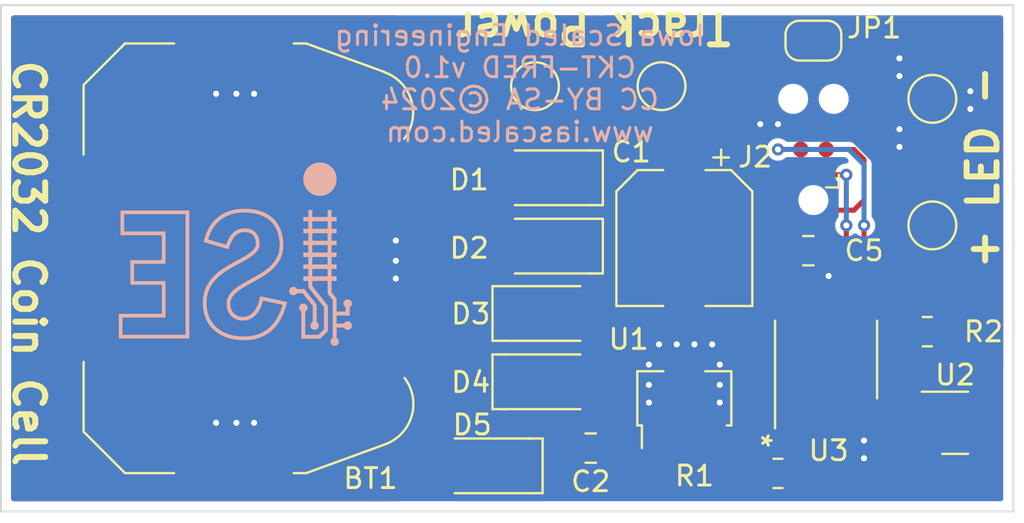
<source format=kicad_pcb>
(kicad_pcb (version 20211014) (generator pcbnew)
  (layers (0 "F.Cu" signal) (31 "B.Cu" signal) (34 "B.Paste" user) (35 "F.Paste" user) (36 "B.SilkS" user "B.Silkscreen") (37 "F.SilkS" user "F.Silkscreen") (38 "B.Mask" user) (39 "F.Mask" user) (44 "Edge.Cuts" user))
  (net 0 "")
  (net 1 "/VPWR")
  (net 2 "GND")
  (net 3 "+3.3V")
  (net 4 "Net-(D1-Pad2)")
  (net 5 "Net-(D2-Pad2)")
  (net 6 "Net-(BT1-Pad1)")
  (net 7 "Net-(U3-Pad2)")
  (net 8 "Net-(U2-Pad2)")
  (net 9 "Net-(R2-Pad2)")
  (net 10 "Net-(J2-Pad3)")
  (net 11 "Net-(J2-Pad5)")
  (net 12 "Net-(J2-Pad1)")
  (net 13 "Net-(J2-Pad4)")
  (footprint "Resistor_SMD:R_0805_2012Metric" (layer "F.Cu") (at 64.389 189.865)
    (fp_text reference "R1")
    (fp_text value "100k")
  )
  (footprint "TestPoint:TestPoint_Pad_D2.0mm" (layer "F.Cu") (at 72.136 177.419)
    (fp_text reference "TP4" hide)
    (fp_text value "TestPoint")
  )
  (footprint "Capacitor_SMD:CP_Elec_6.3x5.8" (layer "F.Cu") (at 59.69 178.054 -90)
    (fp_text reference "C1")
    (fp_text value "68uF")
  )
  (footprint "ISE_Generic:SOT-89-3" (layer "F.Cu") (at 59.69 186.3975 90)
    (fp_text reference "U1")
    (fp_text value "AP7381-33Y")
  )
  (footprint "ISE_Generic:SOD-123T" (layer "F.Cu") (at 52.832 185.293)
    (fp_text reference "D4")
    (fp_text value "CDBM140G")
  )
  (footprint "ISE_Generic:SOD-123T" (layer "F.Cu") (at 52.832 181.864)
    (fp_text reference "D3")
    (fp_text value "CDBM140G")
  )
  (footprint "Resistor_SMD:R_0805_2012Metric" (layer "F.Cu") (at 71.882 182.753)
    (fp_text reference "R2")
    (fp_text value "330")
  )
  (footprint "Battery:BatteryHolder_Keystone_3034_1x20mm" (layer "F.Cu") (at 37.084 179.07 90)
    (fp_text reference "BT1")
    (fp_text value "Battery_Cell")
  )
  (footprint "Jumper:SolderJumper-2_P1.3mm_Open_RoundedPad1.0x1.5mm" (layer "F.Cu") (at 66.167 168.148)
    (fp_text reference "JP1")
    (fp_text value "SolderJumper_2_Open")
  )
  (footprint "ISE_Generic:SOD-123T" (layer "F.Cu") (at 52.832 175.006 180)
    (fp_text reference "D1")
    (fp_text value "CDBM140G")
  )
  (footprint "Connector:Tag-Connect_TC2030-IDC-NL_2x03_P1.27mm_Vertical" (layer "F.Cu") (at 66.167 173.609 90)
    (fp_text reference "J2")
    (fp_text value "AVR-ISP")
  )
  (footprint "ISE_Generic:SOD-123T" (layer "F.Cu") (at 49.80975 189.4586 180)
    (fp_text reference "D5")
    (fp_text value "BAT43W")
  )
  (footprint "Capacitor_SMD:C_0805_2012Metric" (layer "F.Cu") (at 54.991 188.595 180)
    (fp_text reference "C2")
    (fp_text value "22uF")
  )
  (footprint "ISE_Generic:SOD-123T" (layer "F.Cu") (at 52.832 178.435 180)
    (fp_text reference "D2")
    (fp_text value "CDBM140G")
  )
  (footprint "Capacitor_SMD:C_0805_2012Metric" (layer "F.Cu") (at 65.913 178.689)
    (fp_text reference "C5")
    (fp_text value "0.1uF")
  )
  (footprint "TestPoint:TestPoint_Pad_D2.0mm" (layer "F.Cu") (at 52.197 170.434)
    (fp_text reference "TP1" hide)
    (fp_text value "TestPoint")
  )
  (footprint "Package_TO_SOT_SMD:SOT-23" (layer "F.Cu") (at 73.279 187.325)
    (fp_text reference "U2")
    (fp_text value "DRV5032")
  )
  (footprint "Package_SO:SOIC-8_3.9x4.9mm_P1.27mm" (layer "F.Cu") (at 66.802 184.15 90)
    (fp_text reference "U3")
    (fp_text value "ATtiny13-20SS")
  )
  (footprint "TestPoint:TestPoint_Pad_D2.0mm" (layer "F.Cu") (at 58.547 170.434)
    (fp_text reference "TP2" hide)
    (fp_text value "TestPoint")
  )
  (footprint "TestPoint:TestPoint_Pad_D2.0mm" (layer "F.Cu") (at 72.136 171.069)
    (fp_text reference "TP3" hide)
    (fp_text value "TestPoint")
  )
  (gr_poly (pts (xy 40.054616 180.505762) (xy 40.039749 180.507531) (xy 40.024966 180.5102) (xy 40.010379 180.513743) (xy 39.996097 180.518128) (xy 39.982232 180.523328) (xy 39.968894 180.529314) (xy 39.956194 180.536056) (xy 39.944242 180.543525) (xy 39.933149 180.551694) (xy 39.92796 180.556031) (xy 39.923026 180.560532) (xy 39.918362 180.565193) (xy 39.913982 180.570011) (xy 39.905232 180.580556) (xy 39.897232 180.591402) (xy 39.889977 180.602519) (xy 39.883463 180.613878) (xy 39.877683 180.625448) (xy 39.872631 180.637199) (xy 39.868303 180.649102) (xy 39.864693 180.661127) (xy 39.861794 180.673243) (xy 39.859602 180.685422) (xy 39.858111 180.697633) (xy 39.857316 180.709847) (xy 39.85721 180.722033) (xy 39.857789 180.734162) (xy 39.859047 180.746204) (xy 39.860977 180.758129) (xy 39.863576 180.769908) (xy 39.866836 180.781509) (xy 39.870753 180.792905) (xy 39.875321 180.804064) (xy 39.880535 180.814956) (xy 39.886388 180.825553) (xy 39.892876 180.835824) (xy 39.899992 180.84574) (xy 39.907732 180.855269) (xy 39.916089 180.864384) (xy 39.925059 180.873053) (xy 39.934635 180.881247) (xy 39.944812 180.888937) (xy 39.955584 180.896091) (xy 39.966947 180.902681) (xy 39.978893 180.908677) (xy 39.988828 180.912894) (xy 39.999269 180.916549) (xy 40.010144 180.919641) (xy 40.021381 180.922171) (xy 40.032907 180.924139) (xy 40.044651 180.925545) (xy 40.056539 180.926388) (xy 40.068499 180.926669) (xy 40.080459 180.926388) (xy 40.092347 180.925545) (xy 40.104091 180.924139) (xy 40.115617 180.922171) (xy 40.126854 180.919641) (xy 40.137729 180.916549) (xy 40.14817 180.912894) (xy 40.158104 180.908677) (xy 40.164739 180.905231) (xy 40.17186 180.90105) (xy 40.17934 180.896242) (xy 40.187054 180.890917) (xy 40.194876 180.885183) (xy 40.202679 180.879148) (xy 40.210337 180.87292) (xy 40.217724 180.866609) (xy 40.224714 180.860322) (xy 40.231182 180.854169) (xy 40.237 180.848258) (xy 40.242044 180.842697) (xy 40.246186 180.837595) (xy 40.247879 180.83525) (xy 40.2493 180.833061) (xy 40.250433 180.83104) (xy 40.251262 180.829202) (xy 40.25177 180.82756) (xy 40.251943 180.826128) (xy 40.252667 180.825475) (xy 40.254792 180.824842) (xy 40.262957 180.823647) (xy 40.275868 180.822568) (xy 40.292954 180.82163) (xy 40.313645 180.820857) (xy 40.337371 180.820274) (xy 40.391643 180.819778) (xy 40.531343 180.819778) (xy 40.786754 181.142216) (xy 41.042165 181.465361) (xy 41.042165 182.256994) (xy 41.023821 182.266872) (xy 41.01801 182.270324) (xy 41.011993 182.274546) (xy 41.00583 182.279465) (xy 40.999579 182.285007) (xy 40.993298 182.291099) (xy 40.987048 182.297667) (xy 40.980887 182.304638) (xy 40.974873 182.311939) (xy 40.969066 182.319497) (xy 40.963525 182.327237) (xy 40.958308 182.335087) (xy 40.953475 182.342973) (xy 40.949084 182.350821) (xy 40.945194 182.358559) (xy 40.941865 182.366114) (xy 40.939154 182.37341) (xy 40.936243 182.383538) (xy 40.933854 182.394271) (xy 40.931983 182.405505) (xy 40.930622 182.417133) (xy 40.929765 182.429051) (xy 40.929406 182.441152) (xy 40.929539 182.453333) (xy 40.930158 182.465486) (xy 40.931257 182.477507) (xy 40.932829 182.48929) (xy 40.934868 182.50073) (xy 40.937368 182.511722) (xy 40.940323 182.522159) (xy 40.943727 182.531938) (xy 40.947572 182.540951) (xy 40.951854 182.549094) (xy 40.960023 182.56205) (xy 40.968654 182.574192) (xy 40.977746 182.585518) (xy 40.987297 182.596024) (xy 40.997308 182.605708) (xy 41.007776 182.614566) (xy 41.018702 182.622595) (xy 41.030083 182.629792) (xy 41.041919 182.636154) (xy 41.054208 182.641678) (xy 41.06695 182.64636) (xy 41.080144 182.650198) (xy 41.093789 182.653189) (xy 41.107883 182.655329) (xy 41.122425 182.656615) (xy 41.137416 182.657044) (xy 41.1487 182.656782) (xy 41.159791 182.656001) (xy 41.170679 182.654713) (xy 41.181352 182.652928) (xy 41.191798 182.650659) (xy 41.202008 182.647915) (xy 41.211971 182.644708) (xy 41.221674 182.641048) (xy 41.231108 182.636947) (xy 41.240261 182.632416) (xy 41.249122 182.627466) (xy 41.257681 182.622107) (xy 41.265926 182.616351) (xy 41.273846 182.610208) (xy 41.281431 182.60369) (xy 41.288669 182.596807) (xy 41.295549 182.589571) (xy 41.302061 182.581993) (xy 41.308194 182.574083) (xy 41.313935 182.565852) (xy 41.319275 182.557312) (xy 41.324203 182.548474) (xy 41.328707 182.539348) (xy 41.332777 182.529945) (xy 41.336401 182.520276) (xy 41.339569 182.510353) (xy 41.34227 182.500187) (xy 41.344492 182.489787) (xy 41.346225 182.479166) (xy 41.347457 182.468335) (xy 41.348178 182.457303) (xy 41.348377 182.446083) (xy 41.348103 182.433828) (xy 41.34728 182.421926) (xy 41.345902 182.410367) (xy 41.343967 182.399141) (xy 41.341469 182.388238) (xy 41.338405 182.377647) (xy 41.33477 182.367357) (xy 41.330561 182.357359) (xy 41.325773 182.347643) (xy 41.320402 182.338196) (xy 41.314444 182.329011) (xy 41.307895 182.320075) (xy 41.300751 182.31138) (xy 41.293007 182.302913) (xy 41.284659 182.294666) (xy 41.275704 182.286628) (xy 41.239721 182.255583) (xy 41.239721 181.389866) (xy 40.934215 181.003222) (xy 40.629416 180.615872) (xy 40.442443 180.615166) (xy 40.255471 180.614461) (xy 40.236421 180.586944) (xy 40.231836 180.580655) (xy 40.22683 180.574498) (xy 40.221427 180.568489) (xy 40.215651 180.562647) (xy 40.209529 180.556985) (xy 40.203084 180.551523) (xy 40.196341 180.546275) (xy 40.189325 180.541259) (xy 40.182062 180.536491) (xy 40.174575 180.531988) (xy 40.16689 180.527766) (xy 40.159031 180.523841) (xy 40.151023 180.520231) (xy 40.142891 180.516951) (xy 40.13466 180.514019) (xy 40.126354 180.51145) (xy 40.119604 180.509732) (xy 40.112722 180.508278) (xy 40.098621 180.506153) (xy 40.084163 180.505044) (xy 40.069458 180.504923)) (layer "B.SilkS") (width 0) (fill solid))
  (gr_poly (pts (xy 31.397221 177.912889) (xy 33.471555 177.912889) (xy 33.471555 179.161722) (xy 31.89111 179.161722) (xy 31.89111 180.396444) (xy 33.471555 180.396444) (xy 33.471555 181.856944) (xy 31.312554 181.856944) (xy 31.312554 183.091666) (xy 34.847388 183.091666) (xy 34.847388 182.908222) (xy 34.663944 182.908222) (xy 31.495999 182.908222) (xy 31.495999 182.040389) (xy 33.655 182.040389) (xy 33.655 180.213) (xy 32.074555 180.213) (xy 32.074555 179.345167) (xy 33.655 179.345167) (xy 33.655 177.722389) (xy 31.580666 177.722389) (xy 31.580666 176.854556) (xy 34.663944 176.854556) (xy 34.663944 182.908222) (xy 34.847388 182.908222) (xy 34.847388 176.671111) (xy 31.397221 176.671111)) (layer "B.SilkS") (width 0) (fill solid))
  (gr_poly (pts (xy 37.540226 176.58777) (xy 37.470445 176.588848) (xy 37.410817 176.590752) (xy 37.366221 176.5935) (xy 37.210586 176.612758) (xy 37.060508 176.641596) (xy 36.98761 176.659564) (xy 36.91617 176.679873) (xy 36.84621 176.702506) (xy 36.777755 176.727445) (xy 36.710826 176.754673) (xy 36.645446 176.784171) (xy 36.581639 176.815921) (xy 36.519426 176.849906) (xy 36.458832 176.886108) (xy 36.399879 176.924509) (xy 36.342589 176.965092) (xy 36.286986 177.007838) (xy 36.233092 177.052729) (xy 36.180931 177.099748) (xy 36.130525 177.148877) (xy 36.081896 177.200099) (xy 36.035069 177.253394) (xy 35.990066 177.308746) (xy 35.946909 177.366137) (xy 35.905622 177.425548) (xy 35.866227 177.486963) (xy 35.828748 177.550363) (xy 35.793206 177.615729) (xy 35.759626 177.683046) (xy 35.728029 177.752294) (xy 35.698439 177.823456) (xy 35.645371 177.97145) (xy 35.634004 178.007636) (xy 35.622033 178.048344) (xy 35.610111 178.091021) (xy 35.598893 178.13311) (xy 35.58903 178.172058) (xy 35.581177 178.205308) (xy 35.575986 178.230307) (xy 35.574593 178.238914) (xy 35.57411 178.2445) (xy 35.575881 178.246414) (xy 35.581364 178.249298) (xy 35.604493 178.25828) (xy 35.706578 178.291243) (xy 35.896769 178.348283) (xy 36.191471 178.434294) (xy 36.431647 178.503725) (xy 36.628563 178.560059) (xy 36.761979 178.597608) (xy 36.798549 178.60756) (xy 36.811654 178.610683) (xy 36.812853 178.608205) (xy 36.815292 178.602106) (xy 36.823296 178.580697) (xy 36.834475 178.549763) (xy 36.847638 178.512611) (xy 36.878252 178.429094) (xy 36.909557 178.350988) (xy 36.941634 178.278196) (xy 36.974561 178.210622) (xy 37.008418 178.148171) (xy 37.043285 178.090745) (xy 37.061122 178.063887) (xy 37.079241 178.03825) (xy 37.097653 178.013821) (xy 37.116366 177.990588) (xy 37.135392 177.96854) (xy 37.15474 177.947664) (xy 37.17442 177.927949) (xy 37.194442 177.909382) (xy 37.214816 177.891951) (xy 37.235551 177.875645) (xy 37.256659 177.860451) (xy 37.278148 177.846357) (xy 37.300029 177.833352) (xy 37.322312 177.821423) (xy 37.345006 177.810558) (xy 37.368121 177.800745) (xy 37.391669 177.791973) (xy 37.415657 177.784229) (xy 37.440097 177.777501) (xy 37.464999 177.771778) (xy 37.481654 177.768537) (xy 37.499487 177.765694) (xy 37.518318 177.763249) (xy 37.537969 177.761205) (xy 37.579014 177.758321) (xy 37.621191 177.757049) (xy 37.663071 177.757398) (xy 37.703223 177.759376) (xy 37.722204 177.760978) (xy 37.740216 177.76299) (xy 37.757082 177.765414) (xy 37.772621 177.76825) (xy 37.818114 177.779348) (xy 37.860937 177.793067) (xy 37.901097 177.809418) (xy 37.938603 177.82841) (xy 37.956363 177.838899) (xy 37.973463 177.850051) (xy 37.989904 177.861869) (xy 38.005686 177.874352) (xy 38.020811 177.887502) (xy 38.035279 177.901321) (xy 38.049093 177.91581) (xy 38.062252 177.930969) (xy 38.074758 177.946799) (xy 38.086611 177.963303) (xy 38.097814 177.980481) (xy 38.108366 177.998334) (xy 38.127525 178.036071) (xy 38.144096 178.076523) (xy 38.158087 178.119699) (xy 38.169507 178.165609) (xy 38.178364 178.214261) (xy 38.184666 178.265667) (xy 38.186482 178.287121) (xy 38.187688 178.307622) (xy 38.188267 178.32726) (xy 38.188204 178.346122) (xy 38.187484 178.364298) (xy 38.186092 178.381876) (xy 38.184011 178.398947) (xy 38.181226 178.415597) (xy 38.177722 178.431917) (xy 38.173483 178.447995) (xy 38.168493 178.46392) (xy 38.162738 178.479781) (xy 38.156201 178.495666) (xy 38.148868 178.511666) (xy 38.140722 178.527868) (xy 38.131749 178.544361) (xy 38.120378 178.563586) (xy 38.107691 178.582905) (xy 38.093677 178.602327) (xy 38.078325 178.621862) (xy 38.061625 178.641521) (xy 38.043568 178.661315) (xy 38.024142 178.681254) (xy 38.003338 178.701347) (xy 37.981144 178.721606) (xy 37.957551 178.742041) (xy 37.932548 178.762661) (xy 37.906125 178.783478) (xy 37.878272 178.804502) (xy 37.848978 178.825743) (xy 37.818233 178.847211) (xy 37.786027 178.868917) (xy 37.740528 178.898615) (xy 37.694823 178.927378) (xy 37.64619 178.956787) (xy 37.591911 178.98842) (xy 37.455529 179.064675) (xy 37.263916 179.168778) (xy 37.132847 179.239541) (xy 37.020234 179.301103) (xy 36.923099 179.355173) (xy 36.838465 179.403463) (xy 36.763357 179.447686) (xy 36.694797 179.489552) (xy 36.629809 179.530773) (xy 36.565416 179.573061) (xy 36.443326 179.658086) (xy 36.329398 179.744469) (xy 36.223525 179.832378) (xy 36.125601 179.92198) (xy 36.035519 180.013442) (xy 35.953174 180.106932) (xy 35.878458 180.202617) (xy 35.811265 180.300665) (xy 35.751488 180.401243) (xy 35.699022 180.504518) (xy 35.65376 180.610659) (xy 35.615594 180.719831) (xy 35.58442 180.832204) (xy 35.56013 180.947943) (xy 35.542618 181.067218) (xy 35.531777 181.190194) (xy 35.528753 181.265774) (xy 35.528624 181.343719) (xy 35.531305 181.423086) (xy 35.536716 181.502932) (xy 35.544772 181.582315) (xy 35.555391 181.660293) (xy 35.568491 181.735922) (xy 35.583988 181.808261) (xy 35.620087 181.939539) (xy 35.665014 182.065235) (xy 35.718569 182.185171) (xy 35.780551 182.299173) (xy 35.850761 182.407065) (xy 35.928996 182.508671) (xy 36.015058 182.603815) (xy 36.108745 182.692322) (xy 36.209857 182.774016) (xy 36.318193 182.848721) (xy 36.433553 182.916262) (xy 36.555736 182.976462) (xy 36.684542 183.029147) (xy 36.819771 183.07414) (xy 36.961222 183.111266) (xy 37.108693 183.140349) (xy 37.214947 183.155688) (xy 37.324252 183.167282) (xy 37.43516 183.175089) (xy 37.546226 183.179067) (xy 37.656002 183.179176) (xy 37.763041 183.175374) (xy 37.865896 183.16762) (xy 37.915303 183.162248) (xy 37.963121 183.155872) (xy 38.07789 183.135988) (xy 38.189353 183.11074) (xy 38.297497 183.080135) (xy 38.402307 183.044185) (xy 38.503768 183.002897) (xy 38.601866 182.956281) (xy 38.696587 182.904347) (xy 38.787915 182.847103) (xy 38.875837 182.78456) (xy 38.960338 182.716725) (xy 39.041404 182.64361) (xy 39.119019 182.565223) (xy 39.193171 182.481572) (xy 39.263843 182.392669) (xy 39.331022 182.298521) (xy 39.394693 182.199139) (xy 39.418273 182.158564) (xy 39.444821 182.109886) (xy 39.473138 182.055519) (xy 39.502026 181.997879) (xy 39.530285 181.939378) (xy 39.556718 181.882432) (xy 39.580124 181.829455) (xy 39.599305 181.782861) (xy 39.626346 181.711065) (xy 39.654503 181.630108) (xy 39.682115 181.545579) (xy 39.707519 181.463068) (xy 39.72238 181.411378) (xy 39.526161 181.411378) (xy 39.525927 181.414825) (xy 39.52523 181.419157) (xy 39.524055 181.424495) (xy 39.522389 181.430959) (xy 39.520216 181.438671) (xy 39.514293 181.45832) (xy 39.506171 181.484411) (xy 39.487829 181.540996) (xy 39.468542 181.596937) (xy 39.448342 181.652169) (xy 39.427259 181.706628) (xy 39.405324 181.760247) (xy 39.382569 181.812961) (xy 39.359024 181.864706) (xy 39.334721 181.915417) (xy 39.30969 181.965028) (xy 39.283962 182.013474) (xy 39.257569 182.06069) (xy 39.230541 182.106611) (xy 39.20291 182.151173) (xy 39.174706 182.194308) (xy 39.14596 182.235954) (xy 39.116704 182.276044) (xy 39.055466 182.353569) (xy 38.991592 182.426611) (xy 38.92506 182.495184) (xy 38.855847 182.559303) (xy 38.78393 182.618981) (xy 38.709287 182.674234) (xy 38.631895 182.725075) (xy 38.551731 182.771521) (xy 38.468772 182.813583) (xy 38.382995 182.851279) (xy 38.294379 182.884621) (xy 38.2029 182.913624) (xy 38.108535 182.938303) (xy 38.011261 182.958672) (xy 37.911057 182.974746) (xy 37.807899 182.986538) (xy 37.752157 182.990128) (xy 37.68436 182.991973) (xy 37.608395 182.992181) (xy 37.528146 182.99086) (xy 37.4475 182.988116) (xy 37.370344 182.984058) (xy 37.300563 182.978792) (xy 37.242043 182.972427) (xy 37.159409 182.960058) (xy 37.078985 182.945437) (xy 37.000765 182.928563) (xy 36.924742 182.909434) (xy 36.85091 182.888048) (xy 36.779262 182.864403) (xy 36.709794 182.838496) (xy 36.642498 182.810326) (xy 36.577368 182.77989) (xy 36.514398 182.747187) (xy 36.453582 182.712214) (xy 36.394914 182.67497) (xy 36.338387 182.635451) (xy 36.283995 182.593657) (xy 36.231733 182.549585) (xy 36.181593 182.503233) (xy 36.135617 182.456797) (xy 36.092126 182.408997) (xy 36.05109 182.359775) (xy 36.012481 182.309073) (xy 35.976269 182.256833) (xy 35.942427 182.202997) (xy 35.910924 182.147508) (xy 35.881732 182.090307) (xy 35.854823 182.031336) (xy 35.830166 181.970539) (xy 35.807734 181.907856) (xy 35.787496 181.84323) (xy 35.769425 181.776603) (xy 35.753492 181.707918) (xy 35.739667 181.637115) (xy 35.727921 181.564139) (xy 35.725348 181.542841) (xy 35.723183 181.516955) (xy 35.72005 181.454028) (xy 35.71847 181.380584) (xy 35.718396 181.301848) (xy 35.719777 181.223047) (xy 35.722563 181.149404) (xy 35.726706 181.086147) (xy 35.732155 181.0385) (xy 35.738882 180.999753) (xy 35.747214 180.957923) (xy 35.756835 180.91429) (xy 35.767432 180.870136) (xy 35.778691 180.826743) (xy 35.790296 180.785393) (xy 35.801935 180.747366) (xy 35.813293 180.713944) (xy 35.824148 180.685584) (xy 35.836038 180.656662) (xy 35.848905 180.627277) (xy 35.862693 180.597528) (xy 35.877346 180.567514) (xy 35.892805 180.537335) (xy 35.925918 180.476878) (xy 35.961577 180.416949) (xy 35.999329 180.358344) (xy 36.018847 180.329786) (xy 36.038717 180.301856) (xy 36.058883 180.274653) (xy 36.079288 180.248277) (xy 36.093076 180.231545) (xy 36.109361 180.212774) (xy 36.148157 180.170358) (xy 36.193154 180.12351) (xy 36.24183 180.074711) (xy 36.291664 180.026441) (xy 36.340134 179.981181) (xy 36.384717 179.941411) (xy 36.422893 179.909611) (xy 36.510353 179.842399) (xy 36.597243 179.779238) (xy 36.68782 179.717499) (xy 36.786342 179.654553) (xy 36.897069 179.58777) (xy 37.024258 179.514522) (xy 37.172167 179.432179) (xy 37.345054 179.338111) (xy 37.518995 179.243385) (xy 37.664087 179.162251) (xy 37.727073 179.125965) (xy 37.784358 179.092098) (xy 37.836444 179.060323) (xy 37.883834 179.030312) (xy 37.927033 179.001741) (xy 37.966543 178.974281) (xy 38.002867 178.947607) (xy 38.03651 178.921392) (xy 38.067974 178.895309) (xy 38.097762 178.869032) (xy 38.126379 178.842234) (xy 38.154327 178.814589) (xy 38.181084 178.786855) (xy 38.205829 178.759673) (xy 38.22862 178.73293) (xy 38.249511 178.706517) (xy 38.268557 178.680324) (xy 38.285816 178.654239) (xy 38.301343 178.628152) (xy 38.315193 178.601952) (xy 38.327423 178.575529) (xy 38.338088 178.548772) (xy 38.347244 178.521571) (xy 38.354947 178.493815) (xy 38.361253 178.465393) (xy 38.366217 178.436195) (xy 38.369895 178.40611) (xy 38.372343 178.375028) (xy 38.374033 178.326174) (xy 38.37306 178.277618) (xy 38.369491 178.229528) (xy 38.363391 178.182069) (xy 38.354828 178.135409) (xy 38.343867 178.089712) (xy 38.330575 178.045146) (xy 38.315017 178.001877) (xy 38.297259 177.960072) (xy 38.277369 177.919896) (xy 38.255411 177.881517) (xy 38.231453 177.8451) (xy 38.205559 177.810813) (xy 38.177797 177.778821) (xy 38.148233 177.749291) (xy 38.132795 177.735501) (xy 38.116932 177.722389) (xy 38.07035 177.688955) (xy 38.02007 177.659575) (xy 37.966544 177.634267) (xy 37.910226 177.61305) (xy 37.851569 177.595942) (xy 37.791023 177.582962) (xy 37.729044 177.574128) (xy 37.666082 177.56946) (xy 37.602592 177.568975) (xy 37.539024 177.572693) (xy 37.475833 177.580631) (xy 37.413471 177.592809) (xy 37.352391 177.609245) (xy 37.293044 177.629958) (xy 37.235885 177.654966) (xy 37.181365 177.684289) (xy 37.165522 177.694303) (xy 37.148543 177.706228) (xy 37.130618 177.719876) (xy 37.111934 177.735056) (xy 37.09268 177.751579) (xy 37.073043 177.769257) (xy 37.053212 177.787901) (xy 37.033375 177.80732) (xy 37.01372 177.827327) (xy 36.994435 177.847731) (xy 36.975707 177.868344) (xy 36.957726 177.888977) (xy 36.94068 177.90944) (xy 36.924755 177.929545) (xy 36.910142 177.949102) (xy 36.897026 177.967922) (xy 36.874956 178.002875) (xy 36.851959 178.041961) (xy 36.828565 178.084157) (xy 36.805304 178.128436) (xy 36.782704 178.173774) (xy 36.761295 178.219144) (xy 36.741606 178.263523) (xy 36.724166 178.305884) (xy 36.71983 178.31677) (xy 36.715806 178.326695) (xy 36.712076 178.335689) (xy 36.708621 178.343785) (xy 36.705423 178.351012) (xy 36.702462 178.357403) (xy 36.701064 178.360293) (xy 36.69972 178.362987) (xy 36.698425 178.365486) (xy 36.697178 178.367796) (xy 36.695977 178.369919) (xy 36.694819 178.371861) (xy 36.693701 178.373624) (xy 36.692622 178.375212) (xy 36.69158 178.37663) (xy 36.690571 178.377882) (xy 36.689594 178.378971) (xy 36.688645 178.3799) (xy 36.687724 178.380675) (xy 36.686827 178.381299) (xy 36.685953 178.381775) (xy 36.685098 178.382108) (xy 36.684261 178.382301) (xy 36.68344 178.382359) (xy 36.682631 178.382285) (xy 36.681832 178.382083) (xy 36.244388 178.255083) (xy 35.9395 178.166448) (xy 35.84404 178.138105) (xy 35.816779 178.12975) (xy 35.805532 178.125967) (xy 35.803806 178.125118) (xy 35.802342 178.124105) (xy 35.801153 178.122846) (xy 35.800252 178.121259) (xy 35.799652 178.119263) (xy 35.799368 178.116777) (xy 35.799413 178.113717) (xy 35.7998 178.110003) (xy 35.800542 178.105554) (xy 35.801653 178.100287) (xy 35.805036 178.086974) (xy 35.810056 178.069411) (xy 35.816821 178.046944) (xy 35.831433 178.001529) (xy 35.847203 177.956344) (xy 35.864094 177.911452) (xy 35.882074 177.866917) (xy 35.901108 177.822805) (xy 35.921162 177.779178) (xy 35.942202 177.736101) (xy 35.964194 177.693637) (xy 35.987104 177.651852) (xy 36.010897 177.610809) (xy 36.03554 177.570572) (xy 36.060999 177.531205) (xy 36.087238 177.492773) (xy 36.114225 177.455339) (xy 36.141926 177.418967) (xy 36.170305 177.383722) (xy 36.182843 177.369024) (xy 36.196793 177.353353) (xy 36.228226 177.319759) (xy 36.263198 177.28428) (xy 36.300303 177.248256) (xy 36.338136 177.213025) (xy 36.375291 177.179927) (xy 36.410362 177.150302) (xy 36.426677 177.13721) (xy 36.441943 177.125489) (xy 36.48743 177.092555) (xy 36.533943 177.061221) (xy 36.581499 177.03148) (xy 36.630117 177.003328) (xy 36.679814 176.97676) (xy 36.730608 176.951769) (xy 36.782516 176.928352) (xy 36.835555 176.906502) (xy 36.889744 176.886215) (xy 36.945099 176.867486) (xy 37.001639 176.850309) (xy 37.059381 176.834679) (xy 37.118343 176.820591) (xy 37.178542 176.80804) (xy 37.239995 176.797021) (xy 37.302721 176.787528) (xy 37.348928 176.782849) (xy 37.411101 176.77894) (xy 37.484106 176.775907) (xy 37.562807 176.773858) (xy 37.64207 176.7729) (xy 37.716761 176.773141) (xy 37.781745 176.774689) (xy 37.831888 176.77765) (xy 37.992925 176.796408) (xy 38.070283 176.80903) (xy 38.145522 176.823803) (xy 38.218635 176.84072) (xy 38.28961 176.859772) (xy 38.358441 176.880953) (xy 38.425117 176.904253) (xy 38.48963 176.929666) (xy 38.55197 176.957184) (xy 38.61213 176.986799) (xy 38.6701 177.018504) (xy 38.725871 177.052289) (xy 38.779434 177.088149) (xy 38.830781 177.126075) (xy 38.879902 177.166058) (xy 38.926789 177.208093) (xy 38.971432 177.25217) (xy 39.013823 177.298282) (xy 39.053953 177.346421) (xy 39.091812 177.39658) (xy 39.127393 177.448751) (xy 39.160685 177.502926) (xy 39.191681 177.559097) (xy 39.22037 177.617256) (xy 39.246745 177.677397) (xy 39.270797 177.73951) (xy 39.292516 177.803588) (xy 39.311893 177.869624) (xy 39.32892 177.93761) (xy 39.343588 178.007538) (xy 39.355888 178.0794) (xy 39.363404 178.133339) (xy 39.369549 178.186896) (xy 39.374327 178.240006) (xy 39.377738 178.292599) (xy 39.379784 178.344609) (xy 39.380469 178.39597) (xy 39.379793 178.446613) (xy 39.37776 178.496471) (xy 39.37437 178.545478) (xy 39.369627 178.593567) (xy 39.363531 178.640669) (xy 39.356086 178.686718) (xy 39.347293 178.731647) (xy 39.337154 178.775388) (xy 39.325672 178.817874) (xy 39.312849 178.859039) (xy 39.298531 178.899901) (xy 39.282343 178.940934) (xy 39.264351 178.982044) (xy 39.244619 179.023135) (xy 39.223213 179.064116) (xy 39.200198 179.10489) (xy 39.175639 179.145365) (xy 39.149601 179.185446) (xy 39.122149 179.22504) (xy 39.093348 179.264051) (xy 39.063263 179.302386) (xy 39.03196 179.339952) (xy 38.999504 179.376653) (xy 38.965959 179.412397) (xy 38.931391 179.447088) (xy 38.895865 179.480633) (xy 38.811794 179.554565) (xy 38.724812 179.625074) (xy 38.63115 179.694623) (xy 38.527036 179.765677) (xy 38.408701 179.840701) (xy 38.272375 179.922157) (xy 38.114286 180.012509) (xy 37.930666 180.114222) (xy 37.724908 180.227805) (xy 37.642882 180.273877) (xy 37.572067 180.314335) (xy 37.510447 180.350328) (xy 37.456003 180.383006) (xy 37.406719 180.413517) (xy 37.360577 180.443011) (xy 37.300366 180.483288) (xy 37.243752 180.522969) (xy 37.190627 180.562168) (xy 37.140884 180.601) (xy 37.094416 180.63958) (xy 37.051113 180.678023) (xy 37.010871 180.716443) (xy 36.973579 180.754955) (xy 36.939133 180.793673) (xy 36.907423 180.832713) (xy 36.878342 180.872189) (xy 36.851783 180.912216) (xy 36.827638 180.952909) (xy 36.805801 180.994382) (xy 36.786162 181.03675) (xy 36.768616 181.080128) (xy 36.758852 181.108276) (xy 36.7502 181.1376) (xy 36.742664 181.16797) (xy 36.736248 181.199256) (xy 36.730957 181.231328) (xy 36.726795 181.264054) (xy 36.723765 181.297306) (xy 36.721873 181.330953) (xy 36.721121 181.364864) (xy 36.721514 181.398909) (xy 36.723057 181.432959) (xy 36.725753 181.466882) (xy 36.729607 181.50055) (xy 36.734622 181.53383) (xy 36.740803 181.566594) (xy 36.748154 181.598711) (xy 36.767447 181.66393) (xy 36.791107 181.725901) (xy 36.819001 181.78452) (xy 36.851 181.839681) (xy 36.886972 181.891277) (xy 36.926785 181.939205) (xy 36.970309 181.983358) (xy 37.017412 182.023632) (xy 37.067963 182.05992) (xy 37.12183 182.092118) (xy 37.178883 182.120119) (xy 37.238989 182.143819) (xy 37.302019 182.163112) (xy 37.36784 182.177892) (xy 37.436322 182.188055) (xy 37.507332 182.193494) (xy 37.551005 182.194283) (xy 37.594163 182.192963) (xy 37.636782 182.189555) (xy 37.678835 182.184083) (xy 37.720295 182.176571) (xy 37.761137 182.167041) (xy 37.801334 182.155517) (xy 37.840861 182.142022) (xy 37.879692 182.126578) (xy 37.9178 182.109209) (xy 37.955159 182.089938) (xy 37.991743 182.068789) (xy 38.027526 182.045783) (xy 38.062482 182.020945) (xy 38.096585 181.994298) (xy 38.129808 181.965864) (xy 38.162127 181.935667) (xy 38.193513 181.90373) (xy 38.223943 181.870076) (xy 38.253388 181.834729) (xy 38.309224 181.759044) (xy 38.360812 181.676862) (xy 38.407943 181.588367) (xy 38.450409 181.493744) (xy 38.488001 181.393179) (xy 38.52051 181.286855) (xy 38.52522 181.269026) (xy 38.529748 181.252305) (xy 38.533979 181.237072) (xy 38.537796 181.223708) (xy 38.541084 181.212593) (xy 38.543727 181.204107) (xy 38.545609 181.198631) (xy 38.546229 181.19714) (xy 38.546615 181.196545) (xy 39.011488 181.293646) (xy 39.516049 181.401861) (xy 39.520891 181.40318) (xy 39.522755 181.404017) (xy 39.524229 181.405135) (xy 39.525297 181.406654) (xy 39.525946 181.408694) (xy 39.526161 181.411378) (xy 39.72238 181.411378) (xy 39.729054 181.388163) (xy 39.745057 181.326454) (xy 39.750465 181.302295) (xy 39.753867 181.283531) (xy 39.755055 181.270861) (xy 39.754754 181.267029) (xy 39.753821 181.264983) (xy 39.539586 181.216222) (xy 39.075518 181.116199) (xy 38.612111 181.018424) (xy 38.39986 180.97641) (xy 38.39895 180.978823) (xy 38.397346 180.984734) (xy 38.392452 181.005427) (xy 38.385969 181.035247) (xy 38.378693 181.070955) (xy 38.362063 181.149206) (xy 38.343147 181.224386) (xy 38.321976 181.296448) (xy 38.29858 181.365348) (xy 38.272988 181.43104) (xy 38.245232 181.493478) (xy 38.21534 181.552618) (xy 38.183343 181.608412) (xy 38.166564 181.635041) (xy 38.14927 181.660817) (xy 38.131465 181.685734) (xy 38.113152 181.709786) (xy 38.094336 181.732968) (xy 38.075019 181.755275) (xy 38.055206 181.776699) (xy 38.0349 181.797236) (xy 38.014106 181.816881) (xy 37.992826 181.835626) (xy 37.971065 181.853468) (xy 37.948827 181.870399) (xy 37.926114 181.886415) (xy 37.902932 181.901509) (xy 37.879283 181.915676) (xy 37.855171 181.92891) (xy 37.82438 181.94424) (xy 37.793394 181.957949) (xy 37.762212 181.970037) (xy 37.730839 181.980504) (xy 37.699275 181.989352) (xy 37.667524 181.996578) (xy 37.635586 182.002184) (xy 37.603464 182.006169) (xy 37.571161 182.008534) (xy 37.538677 182.009278) (xy 37.506016 182.008402) (xy 37.473179 182.005905) (xy 37.440168 182.001787) (xy 37.406986 181.996049) (xy 37.373635 181.98869) (xy 37.340115 181.979711) (xy 37.290726 181.963268) (xy 37.243946 181.943382) (xy 37.199856 181.920166) (xy 37.158534 181.893732) (xy 37.120061 181.864194) (xy 37.084516 181.831664) (xy 37.051978 181.796255) (xy 37.022527 181.758078) (xy 36.996244 181.717248) (xy 36.973206 181.673876) (xy 36.953494 181.628075) (xy 36.937188 181.579958) (xy 36.924367 181.529638) (xy 36.915111 181.477227) (xy 36.909498 181.422838) (xy 36.90761 181.366583) (xy 36.90821 181.335508) (xy 36.910026 181.305205) (xy 36.913084 181.275606) (xy 36.917411 181.246639) (xy 36.923031 181.218234) (xy 36.929971 181.190321) (xy 36.938257 181.16283) (xy 36.947915 181.13569) (xy 36.95897 181.108831) (xy 36.971448 181.082184) (xy 36.985375 181.055676) (xy 37.000777 181.029239) (xy 37.017679 181.002802) (xy 37.036108 180.976295) (xy 37.056089 180.949647) (xy 37.077649 180.922788) (xy 37.106713 180.888898) (xy 37.137351 180.855791) (xy 37.170065 180.823126) (xy 37.205355 180.790563) (xy 37.24372 180.75776) (xy 37.285661 180.724376) (xy 37.331679 180.69007) (xy 37.382273 180.654501) (xy 37.499191 180.57821) (xy 37.640418 180.492775) (xy 37.809955 180.395466) (xy 38.011804 180.283556) (xy 38.174974 180.193399) (xy 38.315447 180.11409) (xy 38.436721 180.043446) (xy 38.542294 179.979285) (xy 38.635663 179.919423) (xy 38.720325 179.861677) (xy 38.799779 179.803866) (xy 38.877521 179.743805) (xy 38.918698 179.709733) (xy 38.963786 179.670064) (xy 39.011007 179.626541) (xy 39.058584 179.58091) (xy 39.104739 179.534916) (xy 39.147694 179.490302) (xy 39.185671 179.448813) (xy 39.202238 179.429786) (xy 39.216893 179.412195) (xy 39.262123 179.353689) (xy 39.304159 179.294291) (xy 39.343016 179.233953) (xy 39.378708 179.172625) (xy 39.41125 179.11026) (xy 39.440656 179.046809) (xy 39.466941 178.982223) (xy 39.49012 178.916453) (xy 39.510206 178.849452) (xy 39.527214 178.78117) (xy 39.541158 178.711559) (xy 39.552054 178.64057) (xy 39.559916 178.568155) (xy 39.564757 178.494265) (xy 39.566593 178.418852) (xy 39.565438 178.341867) (xy 39.561121 178.256372) (xy 39.554255 178.172919) (xy 39.544836 178.0915) (xy 39.532861 178.012107) (xy 39.518327 177.934732) (xy 39.501231 177.859366) (xy 39.481569 177.786) (xy 39.45934 177.714628) (xy 39.434539 177.645239) (xy 39.407163 177.577827) (xy 39.37721 177.512383) (xy 39.344676 177.448898) (xy 39.309558 177.387364) (xy 39.271854 177.327774) (xy 39.231559 177.270118) (xy 39.188671 177.214389) (xy 39.177104 177.200522) (xy 39.16397 177.185508) (xy 39.133803 177.152807) (xy 39.099783 177.117824) (xy 39.063523 177.082097) (xy 39.026634 177.047164) (xy 38.990729 177.014562) (xy 38.957421 176.98583) (xy 38.942244 176.973396) (xy 38.928321 176.962506) (xy 38.875477 176.924697) (xy 38.820686 176.888803) (xy 38.763988 176.854835) (xy 38.70542 176.822806) (xy 38.645021 176.792728) (xy 38.582829 176.764614) (xy 38.518882 176.738476) (xy 38.453218 176.714327) (xy 38.385875 176.692178) (xy 38.316892 176.672043) (xy 38.246308 176.653933) (xy 38.174159 176.637862) (xy 38.100486 176.623841) (xy 38.025324 176.611883) (xy 37.948714 176.602) (xy 37.870693 176.594206) (xy 37.823319 176.591397) (xy 37.761707 176.589333) (xy 37.690735 176.588029) (xy 37.615282 176.587503)) (layer "B.SilkS") (width 0) (fill solid))
  (gr_poly (pts (xy 41.790054 176.995667) (xy 41.020999 176.995667) (xy 41.020999 176.642889) (xy 40.823443 176.642889) (xy 40.823443 176.995667) (xy 40.569443 176.995667) (xy 40.569443 177.214389) (xy 40.823443 177.214389) (xy 40.823443 177.588333) (xy 40.569443 177.588333) (xy 40.569443 177.814111) (xy 40.823443 177.814111) (xy 40.823443 178.188055) (xy 40.569443 178.188055) (xy 40.569443 178.406778) (xy 40.823443 178.406778) (xy 40.823443 178.780722) (xy 40.569443 178.780722) (xy 40.569443 179.0065) (xy 40.823443 179.0065) (xy 40.823443 179.380444) (xy 40.569443 179.380444) (xy 40.569443 179.606222) (xy 40.823443 179.606222) (xy 40.823443 179.973111) (xy 40.569443 179.973111) (xy 40.569443 180.205945) (xy 40.823443 180.205945) (xy 40.823443 180.534733) (xy 41.215027 181.029327) (xy 41.60661 181.524627) (xy 41.60661 182.636583) (xy 41.470438 182.772755) (xy 41.334971 182.908222) (xy 40.668221 182.908222) (xy 40.668221 182.323316) (xy 40.668249 182.133049) (xy 40.668314 182.055716) (xy 40.668442 181.989159) (xy 40.668535 181.959666) (xy 40.668652 181.932561) (xy 40.668794 181.907741) (xy 40.668965 181.885104) (xy 40.669167 181.864549) (xy 40.669403 181.845972) (xy 40.669674 181.829272) (xy 40.669985 181.814346) (xy 40.670337 181.801093) (xy 40.670733 181.789409) (xy 40.671175 181.779194) (xy 40.671414 181.774604) (xy 40.671666 181.770344) (xy 40.671931 181.766399) (xy 40.672209 181.762758) (xy 40.672501 181.759406) (xy 40.672807 181.756333) (xy 40.673126 181.753524) (xy 40.673461 181.750967) (xy 40.67381 181.748649) (xy 40.674174 181.746558) (xy 40.674554 181.74468) (xy 40.67495 181.743003) (xy 40.675362 181.741515) (xy 40.67579 181.740202) (xy 40.676235 181.739051) (xy 40.676697 181.73805) (xy 40.677177 181.737187) (xy 40.677674 181.736447) (xy 40.67819 181.735819) (xy 40.678724 181.73529) (xy 40.679277 181.734847) (xy 40.679848 181.734476) (xy 40.680439 181.734167) (xy 40.68105 181.733905) (xy 40.682332 181.733472) (xy 40.684662 181.73258) (xy 40.687144 181.731368) (xy 40.692519 181.728047) (xy 40.698356 181.723632) (xy 40.704557 181.718247) (xy 40.711023 181.712015) (xy 40.717654 181.705058) (xy 40.724351 181.6975) (xy 40.731015 181.689463) (xy 40.737547 181.68107) (xy 40.743848 181.672445) (xy 40.749817 181.663711) (xy 40.755357 181.65499) (xy 40.760368 181.646405) (xy 40.76475 181.63808) (xy 40.768404 181.630137) (xy 40.771232 181.6227) (xy 40.774259 181.61255) (xy 40.776731 181.601987) (xy 40.778652 181.591079) (xy 40.78003 181.579893) (xy 40.78087 181.568496) (xy 40.781179 181.556955) (xy 40.780963 181.545338) (xy 40.780228 181.533712) (xy 40.778981 181.522143) (xy 40.777227 181.5107) (xy 40.774973 181.499449) (xy 40.772224 181.488457) (xy 40.768988 181.477792) (xy 40.765271 181.46752) (xy 40.761078 181.45771) (xy 40.756416 181.448428) (xy 40.751887 181.440344) (xy 40.747275 181.432738) (xy 40.742545 181.425578) (xy 40.737663 181.418827) (xy 40.732595 181.412453) (xy 40.727307 181.406421) (xy 40.721765 181.400696) (xy 40.715934 181.395246) (xy 40.709781 181.390035) (xy 40.703272 181.385031) (xy 40.696371 181.380197) (xy 40.689046 181.375501) (xy 40.681262 181.370909) (xy 40.672985 181.366386) (xy 40.664181 181.361898) (xy 40.654816 181.357411) (xy 40.643488 181.352435) (xy 40.638327 181.350365) (xy 40.633384 181.348558) (xy 40.628574 181.347004) (xy 40.62381 181.34569) (xy 40.619004 181.344606) (xy 40.61407 181.343741) (xy 40.608921 181.343081) (xy 40.60347 181.342617) (xy 40.59763 181.342338) (xy 40.591315 181.34223) (xy 40.584438 181.342284) (xy 40.576912 181.342488) (xy 40.559566 181.343299) (xy 40.547509 181.344097) (xy 40.536172 181.345182) (xy 40.525496 181.346577) (xy 40.515424 181.348304) (xy 40.505898 181.350388) (xy 40.496859 181.352849) (xy 40.488251 181.355712) (xy 40.480014 181.358998) (xy 40.472092 181.362731) (xy 40.464426 181.366933) (xy 40.456958 181.371627) (xy 40.449631 181.376836) (xy 40.442387 181.382582) (xy 40.435167 181.388888) (xy 40.427915 181.395777) (xy 40.420571 181.403272) (xy 40.412705 181.411764) (xy 40.405495 181.420082) (xy 40.398923 181.428283) (xy 40.392966 181.436422) (xy 40.387605 181.444557) (xy 40.382818 181.452745) (xy 40.378586 181.461042) (xy 40.374886 181.469506) (xy 40.3717 181.478193) (xy 40.369005 181.48716) (xy 40.366781 181.496464) (xy 40.365009 181.506162) (xy 40.363666 181.51631) (xy 40.362732 181.526966) (xy 40.362187 181.538186) (xy 40.36201 181.550027) (xy 40.36216 181.56354) (xy 40.362878 181.576567) (xy 40.364171 181.589121) (xy 40.366045 181.601213) (xy 40.368506 181.612855) (xy 40.37156 181.624057) (xy 40.375213 181.634832) (xy 40.379473 181.64519) (xy 40.384344 181.655142) (xy 40.38701 181.65997) (xy 40.389833 181.664701) (xy 40.392811 181.669337) (xy 40.395946 181.673878) (xy 40.40269 181.682683) (xy 40.41007 181.691129) (xy 40.418093 181.699227) (xy 40.426766 181.706987) (xy 40.436093 181.714422) (xy 40.46996 181.740528) (xy 40.46996 182.422799) (xy 40.470666 183.105777) (xy 41.419638 183.105777) (xy 41.611549 182.913867) (xy 41.804165 182.72125) (xy 41.804165 181.448428) (xy 41.412582 180.953128) (xy 41.020999 180.458533) (xy 41.020999 180.205945) (xy 41.790054 180.205945) (xy 41.790054 180.528383) (xy 41.79076 180.851527) (xy 41.917054 181.010277) (xy 42.043349 181.169027) (xy 42.044054 182.114472) (xy 42.044054 183.059916) (xy 42.008777 183.090256) (xy 41.999232 183.098728) (xy 41.990431 183.107237) (xy 41.982355 183.115818) (xy 41.974987 183.124508) (xy 41.96831 183.133342) (xy 41.962305 183.142357) (xy 41.956956 183.15159) (xy 41.952244 183.161075) (xy 41.948152 183.17085) (xy 41.944663 183.180951) (xy 41.941759 183.191413) (xy 41.939423 183.202273) (xy 41.937636 183.213567) (xy 41.936381 183.225332) (xy 41.935641 183.237603) (xy 41.935399 183.250416) (xy 41.93532 183.266955) (xy 41.935444 183.274251) (xy 41.935696 183.280998) (xy 41.936094 183.287274) (xy 41.936651 183.293155) (xy 41.937385 183.298718) (xy 41.938309 183.304039) (xy 41.93944 183.309194) (xy 41.940794 183.314261) (xy 41.942385 183.319315) (xy 41.944229 183.324433) (xy 41.946342 183.329692) (xy 41.94874 183.335168) (xy 41.951437 183.340937) (xy 41.954449 183.347077) (xy 41.961773 183.360809) (xy 41.96972 183.373692) (xy 41.978283 183.38572) (xy 41.987456 183.396885) (xy 41.997232 183.407182) (xy 42.007605 183.416605) (xy 42.01857 183.425147) (xy 42.03012 183.432802) (xy 42.042248 183.439565) (xy 42.054949 183.445428) (xy 42.068216 183.450386) (xy 42.082044 183.454432) (xy 42.096426 183.457561) (xy 42.111355 183.459765) (xy 42.126826 183.461039) (xy 42.142832 183.461377) (xy 42.15542 183.461144) (xy 42.167538 183.460435) (xy 42.179208 183.459238) (xy 42.190457 183.457541) (xy 42.201309 183.455331) (xy 42.211789 183.452596) (xy 42.221922 183.449324) (xy 42.231732 183.445502) (xy 42.241245 183.441118) (xy 42.250484 183.436159) (xy 42.259476 183.430613) (xy 42.268245 183.424468) (xy 42.276815 183.417711) (xy 42.285211 183.410329) (xy 42.293459 183.402311) (xy 42.301582 183.393644) (xy 42.308951 183.385056) (xy 42.315718 183.376466) (xy 42.321894 183.367838) (xy 42.327489 183.359138) (xy 42.332514 183.350331) (xy 42.336978 183.341381) (xy 42.340893 183.332253) (xy 42.344268 183.322912) (xy 42.347114 183.313324) (xy 42.349441 183.303452) (xy 42.35126 183.293261) (xy 42.35258 183.282718) (xy 42.353413 183.271785) (xy 42.353768 183.260429) (xy 42.353656 183.248614) (xy 42.353088 183.236305) (xy 42.35203 183.224416) (xy 42.350446 183.212829) (xy 42.348339 183.201548) (xy 42.345712 183.190577) (xy 42.342569 183.179919) (xy 42.338912 183.169581) (xy 42.334744 183.159564) (xy 42.330069 183.149875) (xy 42.324889 183.140516) (xy 42.319209 183.131492) (xy 42.31303 183.122806) (xy 42.306356 183.114465) (xy 42.29919 183.10647) (xy 42.291535 183.098827) (xy 42.283394 183.091539) (xy 42.274771 183.084611) (xy 42.24161 183.059916) (xy 42.24161 182.548388) (xy 42.604971 182.548388) (xy 42.636015 182.584372) (xy 42.64572 182.594995) (xy 42.655891 182.604777) (xy 42.66649 182.613722) (xy 42.677479 182.621837) (xy 42.68882 182.629126) (xy 42.700475 182.635595) (xy 42.712406 182.64125) (xy 42.724574 182.646097) (xy 42.736941 182.650141) (xy 42.74947 182.653387) (xy 42.762122 182.655841) (xy 42.77486 182.657509) (xy 42.787644 182.658396) (xy 42.800437 182.658507) (xy 42.813201 182.657849) (xy 42.825898 182.656427) (xy 42.838489 182.654246) (xy 42.850937 182.651312) (xy 42.863203 182.647631) (xy 42.87525 182.643207) (xy 42.887038 182.638048) (xy 42.898531 182.632157) (xy 42.909689 182.625541) (xy 42.920476 182.618206) (xy 42.930851 182.610156) (xy 42.940779 182.601398) (xy 42.95022 182.591936) (xy 42.959136 182.581777) (xy 42.96749 182.570926) (xy 42.975243 182.559389) (xy 42.982356 182.547171) (xy 42.988793 182.534278) (xy 42.992132 182.526679) (xy 42.995138 182.518972) (xy 42.997814 182.511167) (xy 43.000162 182.503277) (xy 43.002184 182.495313) (xy 43.003884 182.487285) (xy 43.005262 182.479206) (xy 43.006322 182.471086) (xy 43.007495 182.454772) (xy 43.007421 182.438432) (xy 43.00612 182.422159) (xy 43.00361 182.406043) (xy 42.999909 182.390175) (xy 42.995036 182.374646) (xy 42.989009 182.359547) (xy 42.981848 182.344968) (xy 42.977847 182.337903) (xy 42.97357 182.331002) (xy 42.969019 182.324277) (xy 42.964195 182.317738) (xy 42.959102 182.311398) (xy 42.953741 182.305268) (xy 42.948115 182.29936) (xy 42.942226 182.293683) (xy 42.933867 182.286313) (xy 42.925689 182.279539) (xy 42.91764 182.273343) (xy 42.909672 182.26771) (xy 42.901732 182.262622) (xy 42.893771 182.258063) (xy 42.885737 182.254017) (xy 42.87758 182.250468) (xy 42.86925 182.247397) (xy 42.860695 182.24479) (xy 42.851865 182.242629) (xy 42.84271 182.240899) (xy 42.833179 182.239581) (xy 42.82322 182.238661) (xy 42.812785 182.23812) (xy 42.801821 182.237944) (xy 42.788581 182.23813) (xy 42.776072 182.238708) (xy 42.764231 182.239702) (xy 42.752994 182.241141) (xy 42.742299 182.243051) (xy 42.732083 182.24546) (xy 42.722281 182.248393) (xy 42.712833 182.251879) (xy 42.703673 182.255943) (xy 42.69474 182.260613) (xy 42.685971 182.265915) (xy 42.677301 182.271877) (xy 42.668669 182.278525) (xy 42.660011 182.285886) (xy 42.651264 182.293987) (xy 42.642365 182.302855) (xy 42.601443 182.343777) (xy 42.24161 182.343777) (xy 42.24161 181.941611) (xy 42.897776 181.941611) (xy 42.897776 181.535917) (xy 42.93376 181.504872) (xy 42.945086 181.494534) (xy 42.955508 181.48365) (xy 42.965017 181.472254) (xy 42.973602 181.460378) (xy 42.981252 181.448055) (xy 42.987958 181.43532) (xy 42.993709 181.422203) (xy 42.998495 181.40874) (xy 43.002304 181.394962) (xy 43.005128 181.380904) (xy 43.006956 181.366597) (xy 43.007777 181.352075) (xy 43.007581 181.337371) (xy 43.006358 181.322519) (xy 43.004097 181.307551) (xy 43.000788 181.2925) (xy 42.995428 181.274323) (xy 42.988898 181.257116) (xy 42.985206 181.248885) (xy 42.981235 181.240908) (xy 42.976991 181.233187) (xy 42.972477 181.225726) (xy 42.967699 181.218528) (xy 42.962661 181.211598) (xy 42.957367 181.204938) (xy 42.951823 181.198552) (xy 42.946033 181.192444) (xy 42.940002 181.186616) (xy 42.933734 181.181074) (xy 42.927233 181.175819) (xy 42.920506 181.170855) (xy 42.913556 181.166187) (xy 42.906387 181.161817) (xy 42.899006 181.157748) (xy 42.891415 181.153986) (xy 42.883621 181.150532) (xy 42.875626 181.14739) (xy 42.867438 181.144565) (xy 42.859059 181.142058) (xy 42.850494 181.139875) (xy 42.832827 181.136491) (xy 42.814473 181.13444) (xy 42.795471 181.13375) (xy 42.787573 181.133944) (xy 42.779759 181.134391) (xy 42.772031 181.135091) (xy 42.764393 181.136039) (xy 42.756851 181.137233) (xy 42.749409 181.138672) (xy 42.742069 181.140352) (xy 42.734837 181.142272) (xy 42.727717 181.144428) (xy 42.720712 181.146818) (xy 42.713828 181.14944) (xy 42.707067 181.152291) (xy 42.700435 181.15537) (xy 42.693934 181.158672) (xy 42.687571 181.162197) (xy 42.681347 181.165941) (xy 42.675269 181.169902) (xy 42.669339 181.174078) (xy 42.663562 181.178465) (xy 42.657943 181.183063) (xy 42.652484 181.187868) (xy 42.647191 181.192877) (xy 42.642068 181.198089) (xy 42.637118 181.203501) (xy 42.632346 181.20911) (xy 42.627755 181.214914) (xy 42.623351 181.22091) (xy 42.619137 181.227097) (xy 42.615117 181.233471) (xy 42.611296 181.24003) (xy 42.607677 181.246772) (xy 42.604265 181.253694) (xy 42.600644 181.262122) (xy 42.597454 181.271212) (xy 42.594695 181.28088) (xy 42.59237 181.291045) (xy 42.590479 181.301622) (xy 42.589023 181.312531) (xy 42.588003 181.323687) (xy 42.58742 181.335009) (xy 42.587276 181.346414) (xy 42.58757 181.357819) (xy 42.588305 181.369141) (xy 42.589482 181.380297) (xy 42.5911 181.391206) (xy 42.593163 181.401784) (xy 42.595669 181.411948) (xy 42.598621 181.421617) (xy 42.601261 181.428478) (xy 42.604624 181.435761) (xy 42.608623 181.443358) (xy 42.613173 181.451162) (xy 42.618186 181.459065) (xy 42.623574 181.466959) (xy 42.629253 181.474738) (xy 42.635133 181.482294) (xy 42.64113 181.489519) (xy 42.647155 181.496306) (xy 42.653123 181.502547) (xy 42.658946 181.508135) (xy 42.664537 181.512962) (xy 42.66981 181.516921) (xy 42.6723 181.518542) (xy 42.674678 181.519905) (xy 42.676933 181.520997) (xy 42.679054 181.521805) (xy 42.681422 181.522655) (xy 42.683509 181.523706) (xy 42.685334 181.525093) (xy 42.686915 181.526954) (xy 42.688267 181.529421) (xy 42.68941 181.532632) (xy 42.690361 181.536722) (xy 42.691137 181.541825) (xy 42.691756 181.548078) (xy 42.692235 181.555615) (xy 42.692846 181.575086) (xy 42.693109 181.601319) (xy 42.693165 181.6354) (xy 42.693165 181.744056) (xy 42.24161 181.744056) (xy 42.24161 181.093533) (xy 42.11461 180.934078) (xy 41.98761 180.773916) (xy 41.98761 180.205945) (xy 42.24161 180.205945) (xy 42.24161 179.973111) (xy 41.98761 179.973111) (xy 41.790054 179.973111) (xy 41.020999 179.973111) (xy 41.020999 179.606222) (xy 41.790054 179.606222) (xy 41.790054 179.973111) (xy 41.98761 179.973111) (xy 41.98761 179.606222) (xy 42.24161 179.606222) (xy 42.24161 179.380444) (xy 41.98761 179.380444) (xy 41.790054 179.380444) (xy 41.020999 179.380444) (xy 41.020999 179.0065) (xy 41.790054 179.0065) (xy 41.790054 179.380444) (xy 41.98761 179.380444) (xy 41.98761 179.0065) (xy 42.24161 179.0065) (xy 42.24161 178.780722) (xy 41.98761 178.780722) (xy 41.790054 178.780722) (xy 41.020999 178.780722) (xy 41.020999 178.406778) (xy 41.790054 178.406778) (xy 41.790054 178.780722) (xy 41.98761 178.780722) (xy 41.98761 178.406778) (xy 42.24161 178.406778) (xy 42.24161 178.188055) (xy 41.98761 178.188055) (xy 41.790054 178.188055) (xy 41.020999 178.188055) (xy 41.020999 177.814111) (xy 41.790054 177.814111) (xy 41.790054 178.188055) (xy 41.98761 178.188055) (xy 41.98761 177.814111) (xy 42.24161 177.814111) (xy 42.24161 177.588333) (xy 41.98761 177.588333) (xy 41.790054 177.588333) (xy 41.020999 177.588333) (xy 41.020999 177.214389) (xy 41.790054 177.214389) (xy 41.790054 177.588333) (xy 41.98761 177.588333) (xy 41.98761 177.214389) (xy 42.24161 177.214389) (xy 42.24161 176.995667) (xy 41.98761 176.995667) (xy 41.98761 176.642889) (xy 41.790054 176.642889)) (layer "B.SilkS") (width 0) (fill solid))
  (gr_poly (pts (xy 41.388593 174.266402) (xy 41.345995 174.267749) (xy 41.306308 174.269907) (xy 41.272309 174.272826) (xy 41.258311 174.274555) (xy 41.246777 174.276456) (xy 41.216029 174.282837) (xy 41.185707 174.290335) (xy 41.155824 174.298941) (xy 41.126391 174.308647) (xy 41.097421 174.319444) (xy 41.068927 174.331324) (xy 41.04092 174.344279) (xy 41.013414 174.3583) (xy 40.98642 174.37338) (xy 40.959952 174.38951) (xy 40.93402 174.406682) (xy 40.908639 174.424887) (xy 40.88382 174.444118) (xy 40.859575 174.464365) (xy 40.835918 174.485621) (xy 40.81286 174.507878) (xy 40.793025 174.528358) (xy 40.774001 174.549314) (xy 40.755789 174.570744) (xy 40.738391 174.592644) (xy 40.721807 174.615011) (xy 40.706039 174.637842) (xy 40.691087 174.661134) (xy 40.676952 174.684884) (xy 40.663636 174.709089) (xy 40.65114 174.733745) (xy 40.639465 174.75885) (xy 40.628611 174.784401) (xy 40.618579 174.810393) (xy 40.609372 174.836825) (xy 40.600989 174.863693) (xy 40.593432 174.890994) (xy 40.586941 174.918396) (xy 40.581487 174.946797) (xy 40.577067 174.976053) (xy 40.573677 175.006022) (xy 40.571311 175.036562) (xy 40.569967 175.067529) (xy 40.56964 175.098782) (xy 40.570325 175.130178) (xy 40.57202 175.161573) (xy 40.574718 175.192826) (xy 40.578418 175.223794) (xy 40.583114 175.254334) (xy 40.588801 175.284303) (xy 40.595477 175.313559) (xy 40.603137 175.341959) (xy 40.611777 175.369361) (xy 40.620271 175.393302) (xy 40.62936 175.416723) (xy 40.639062 175.43965) (xy 40.649392 175.462109) (xy 40.660366 175.484125) (xy 40.672002 175.505725) (xy 40.684317 175.526934) (xy 40.697325 175.547778) (xy 40.711045 175.568284) (xy 40.725492 175.588476) (xy 40.740684 175.608381) (xy 40.756636 175.628024) (xy 40.773365 175.647432) (xy 40.790888 175.66663) (xy 40.809222 175.685644) (xy 40.828382 175.7045) (xy 40.856379 175.730446) (xy 40.885077 175.754841) (xy 40.914482 175.777688) (xy 40.9446 175.798989) (xy 40.975438 175.818749) (xy 41.007001 175.836969) (xy 41.039295 175.853654) (xy 41.072328 175.868806) (xy 41.106105 175.882429) (xy 41.140632 175.894525) (xy 41.175915 175.905097) (xy 41.211962 175.914149) (xy 41.248777 175.921684) (xy 41.286368 175.927705) (xy 41.324739 175.932215) (xy 41.363899 175.935217) (xy 41.407624 175.936545) (xy 41.451167 175.935521) (xy 41.494446 175.932176) (xy 41.537377 175.92654) (xy 41.579879 175.918643) (xy 41.621868 175.908514) (xy 41.663261 175.896184) (xy 41.703977 175.881683) (xy 41.743931 175.86504) (xy 41.783043 175.846285) (xy 41.821228 175.825449) (xy 41.858405 175.802561) (xy 41.89449 175.777652) (xy 41.929401 175.750751) (xy 41.963056 175.721889) (xy 41.995371 175.691094) (xy 42.024763 175.660449) (xy 42.05234 175.628857) (xy 42.078093 175.596347) (xy 42.102009 175.562948) (xy 42.124077 175.528689) (xy 42.144286 175.493599) (xy 42.162624 175.457708) (xy 42.17908 175.421043) (xy 42.193643 175.383634) (xy 42.2063 175.34551) (xy 42.217042 175.3067) (xy 42.225856 175.267232) (xy 42.232731 175.227136) (xy 42.237656 175.18644) (xy 42.24062 175.145174) (xy 42.24161 175.103366) (xy 42.240854 175.066893) (xy 42.238602 175.030784) (xy 42.234883 174.995074) (xy 42.229722 174.959797) (xy 42.223145 174.924987) (xy 42.215179 174.890679) (xy 42.205851 174.856906) (xy 42.195186 174.823702) (xy 42.183213 174.791102) (xy 42.169956 174.75914) (xy 42.155443 174.727849) (xy 42.1397 174.697265) (xy 42.122753 174.66742) (xy 42.104629 174.638349) (xy 42.085355 174.610087) (xy 42.064956 174.582667) (xy 42.04346 174.556123) (xy 42.020893 174.53049) (xy 41.997281 174.505802) (xy 41.972651 174.482092) (xy 41.94703 174.459395) (xy 41.920443 174.437746) (xy 41.892917 174.417177) (xy 41.864479 174.397723) (xy 41.835156 174.379419) (xy 41.804973 174.362298) (xy 41.773958 174.346395) (xy 41.742136 174.331743) (xy 41.709534 174.318377) (xy 41.676179 174.30633) (xy 41.642098 174.295638) (xy 41.607315 174.286334) (xy 41.584716 174.28102) (xy 41.563042 174.276103) (xy 41.553338 174.274) (xy 41.544808 174.272245) (xy 41.537766 174.270919) (xy 41.532527 174.270106) (xy 41.520496 174.268782) (xy 41.506068 174.267716) (xy 41.471408 174.266335) (xy 41.431323 174.265914)) (layer "B.SilkS") (width 0) (fill solid))
  (gr_rect (start 25.4 166.37) (end 76.2 191.77) (layer "Edge.Cuts") (width 0.1) (fill none))
  (gr_text "Iowa Scaled Engineering\nCKT-FRED v1.0\nCC BY-SA ©2024\nwww.iascaled.com" (at 51.435 170.307) (layer "B.SilkS") (effects (font (size 1 1)) (justify mirror)))
  (gr_text "*" (at 63.5 188.214 270) (layer "F.SilkS") (effects (font (size 1 1))))
  (gr_text "CR2032 Coin Cell" (at 26.797 179.324 270) (layer "F.SilkS") (effects (font (size 1.5 1.5) (thickness 0.3))))
  (gr_text "+ LED -" (at 74.676 174.498 90) (layer "F.SilkS") (effects (font (size 1.5 1.5) (thickness 0.3))))
  (gr_text "Track Power" (at 55.118 167.513 180) (layer "F.SilkS") (effects (font (size 1.5 1.5) (thickness 0.3))))
  (segment (start 62.611 177.165) (end 62.611 187.579) (width 0.508) (layer "F.Cu") (net 1))
  (segment (start 59.342 175.006) (end 59.69 175.354) (width 0.508) (layer "F.Cu") (net 1))
  (segment (start 54.482 175.006) (end 59.342 175.006) (width 0.508) (layer "F.Cu") (net 1))
  (segment (start 54.482 175.006) (end 54.482 178.435) (width 0.508) (layer "F.Cu") (net 1))
  (segment (start 62.611 187.579) (end 62.1425 188.0475) (width 0.508) (layer "F.Cu") (net 1))
  (segment (start 59.69 175.354) (end 60.8 175.354) (width 0.508) (layer "F.Cu") (net 1))
  (segment (start 62.1425 188.0475) (end 61.19 188.0475) (width 0.508) (layer "F.Cu") (net 1))
  (segment (start 60.8 175.354) (end 62.611 177.165) (width 0.508) (layer "F.Cu") (net 1))
  (segment (start 54.482 181.864) (end 54.482 185.293) (width 0.508) (layer "F.Cu") (net 2))
  (segment (start 69.977 188.214) (end 70.866 187.325) (width 0.254) (layer "F.Cu") (net 2))
  (segment (start 54.041 188.595) (end 54.041 185.734) (width 0.508) (layer "F.Cu") (net 2))
  (segment (start 66.929 179.959) (end 66.929 178.435) (width 0.508) (layer "F.Cu") (net 2))
  (segment (start 68.707 188.214) (end 69.977 188.214) (width 0.254) (layer "F.Cu") (net 2))
  (segment (start 54.041 185.734) (end 54.482 185.293) (width 0.508) (layer "F.Cu") (net 2))
  (segment (start 63.5 170.165) (end 63.5 172.339) (width 0.508) (layer "F.Cu") (net 2))
  (segment (start 68.707 189.103) (end 68.707 186.625) (width 0.508) (layer "F.Cu") (net 2))
  (segment (start 70.866 187.325) (end 74.2165 187.325) (width 0.254) (layer "F.Cu") (net 2))
  (segment (start 65.517 168.148) (end 63.5 170.165) (width 0.508) (layer "F.Cu") (net 2))
  (segment (start 63.5 172.339) (end 65.532 172.339) (width 0.508) (layer "F.Cu") (net 2))
  (via (at 61.087 183.388) (size 0.6096) (drill 0.3048) (layers "F.Cu" "B.Cu") (net 2))
  (via (at 64.389 172.339) (size 0.6096) (drill 0.3048) (layers "F.Cu" "B.Cu") (net 2))
  (via (at 61.468 184.404) (size 0.6096) (drill 0.3048) (layers "F.Cu" "B.Cu") (net 2))
  (via (at 45.212 178.181) (size 0.6096) (drill 0.3048) (layers "F.Cu" "B.Cu") (net 2))
  (via (at 59.309 183.388) (size 0.6096) (drill 0.3048) (layers "F.Cu" "B.Cu") (net 2))
  (via (at 38.1 170.815) (size 0.6096) (drill 0.3048) (layers "F.Cu" "B.Cu") (net 2))
  (via (at 70.485 173.482) (size 0.6096) (drill 0.3048) (layers "F.Cu" "B.Cu") (net 2))
  (via (at 36.195 170.815) (size 0.6096) (drill 0.3048) (layers "F.Cu" "B.Cu") (net 2))
  (via (at 63.5 172.339) (size 0.6096) (drill 0.3048) (layers "F.Cu" "B.Cu") (net 2))
  (via (at 57.912 185.42) (size 0.6096) (drill 0.3048) (layers "F.Cu" "B.Cu") (net 2))
  (via (at 58.42 183.388) (size 0.6096) (drill 0.3048) (layers "F.Cu" "B.Cu") (net 2))
  (via (at 74.041 171.577) (size 0.6096) (drill 0.3048) (layers "F.Cu" "B.Cu") (net 2))
  (via (at 45.212 179.197) (size 0.6096) (drill 0.3048) (layers "F.Cu" "B.Cu") (net 2))
  (via (at 36.195 187.325) (size 0.6096) (drill 0.3048) (layers "F.Cu" "B.Cu") (net 2))
  (via (at 37.211 170.815) (size 0.6096) (drill 0.3048) (layers "F.Cu" "B.Cu") (net 2))
  (via (at 57.912 184.404) (size 0.6096) (drill 0.3048) (layers "F.Cu" "B.Cu") (net 2))
  (via (at 74.041 170.688) (size 0.6096) (drill 0.3048) (layers "F.Cu" "B.Cu") (net 2))
  (via (at 60.198 183.388) (size 0.6096) (drill 0.3048) (layers "F.Cu" "B.Cu") (net 2))
  (via (at 57.912 186.309) (size 0.6096) (drill 0.3048) (layers "F.Cu" "B.Cu") (net 2))
  (via (at 70.485 172.593) (size 0.6096) (drill 0.3048) (layers "F.Cu" "B.Cu") (net 2))
  (via (at 61.468 186.309) (size 0.6096) (drill 0.3048) (layers "F.Cu" "B.Cu") (net 2))
  (via (at 70.485 169.037) (size 0.6096) (drill 0.3048) (layers "F.Cu" "B.Cu") (net 2))
  (via (at 37.211 187.325) (size 0.6096) (drill 0.3048) (layers "F.Cu" "B.Cu") (net 2))
  (via (at 66.929 179.959) (size 0.6096) (drill 0.3048) (layers "F.Cu" "B.Cu") (net 2))
  (via (at 70.485 169.926) (size 0.6096) (drill 0.3048) (layers "F.Cu" "B.Cu") (net 2))
  (via (at 68.707 189.103) (size 0.6096) (drill 0.3048) (layers "F.Cu" "B.Cu") (net 2))
  (via (at 68.707 188.214) (size 0.6096) (drill 0.3048) (layers "F.Cu" "B.Cu") (net 2))
  (via (at 38.1 187.325) (size 0.6096) (drill 0.3048) (layers "F.Cu" "B.Cu") (net 2))
  (via (at 61.468 185.42) (size 0.6096) (drill 0.3048) (layers "F.Cu" "B.Cu") (net 2))
  (via (at 45.212 180.086) (size 0.6096) (drill 0.3048) (layers "F.Cu" "B.Cu") (net 2))
  (segment (start 75.123 186.375) (end 75.438 186.69) (width 0.254) (layer "F.Cu") (net 3))
  (segment (start 72.3415 186.375) (end 75.123 186.375) (width 0.254) (layer "F.Cu") (net 3))
  (segment (start 51.86615 189.865) (end 51.45975 189.4586) (width 0.508) (layer "F.Cu") (net 3))
  (segment (start 63.4765 189.865) (end 63.4765 190.0955) (width 0.254) (layer "F.Cu") (net 3))
  (segment (start 63.4765 190.0955) (end 64.389 191.008) (width 0.254) (layer "F.Cu") (net 3))
  (segment (start 65.532 174.879) (end 64.963 175.448) (width 0.508) (layer "F.Cu") (net 3))
  (segment (start 64.963 175.448) (end 64.963 178.689) (width 0.508) (layer "F.Cu") (net 3))
  (segment (start 64.897 181.675) (end 64.897 178.755) (width 0.508) (layer "F.Cu") (net 3))
  (segment (start 55.941 189.804) (end 55.88 189.865) (width 0.508) (layer "F.Cu") (net 3))
  (segment (start 55.88 189.865) (end 51.86615 189.865) (width 0.508) (layer "F.Cu") (net 3))
  (segment (start 73.914 191.008) (end 75.438 189.484) (width 0.254) (layer "F.Cu") (net 3))
  (segment (start 75.438 189.484) (end 75.438 186.69) (width 0.254) (layer "F.Cu") (net 3))
  (segment (start 64.389 191.008) (end 73.914 191.008) (width 0.254) (layer "F.Cu") (net 3))
  (segment (start 63.5 182.499) (end 63.5 189.357) (width 0.508) (layer "F.Cu") (net 3))
  (segment (start 64.897 178.755) (end 64.963 178.689) (width 0.508) (layer "F.Cu") (net 3))
  (segment (start 55.941 188.595) (end 55.941 189.804) (width 0.508) (layer "F.Cu") (net 3))
  (segment (start 58.19 188.0475) (end 56.4885 188.0475) (width 0.508) (layer "F.Cu") (net 3))
  (segment (start 64.897 181.675) (end 64.324 181.675) (width 0.508) (layer "F.Cu") (net 3))
  (segment (start 63.4765 189.865) (end 55.88 189.865) (width 0.508) (layer "F.Cu") (net 3))
  (segment (start 56.4885 188.0475) (end 55.941 188.595) (width 0.508) (layer "F.Cu") (net 3))
  (segment (start 64.324 181.675) (end 63.5 182.499) (width 0.508) (layer "F.Cu") (net 3))
  (segment (start 49.53 184.658) (end 50.165 185.293) (width 0.508) (layer "F.Cu") (net 4))
  (segment (start 51.182 171.449) (end 52.197 170.434) (width 0.508) (layer "F.Cu") (net 4))
  (segment (start 51.182 175.006) (end 51.182 171.449) (width 0.508) (layer "F.Cu") (net 4))
  (segment (start 50.165 175.006) (end 49.53 175.641) (width 0.508) (layer "F.Cu") (net 4))
  (segment (start 50.165 185.293) (end 51.309 185.293) (width 0.508) (layer "F.Cu") (net 4))
  (segment (start 51.182 175.006) (end 50.165 175.006) (width 0.508) (layer "F.Cu") (net 4))
  (segment (start 49.53 175.641) (end 49.53 184.658) (width 0.508) (layer "F.Cu") (net 4))
  (segment (start 53.594 172.466) (end 55.753 172.466) (width 0.508) (layer "F.Cu") (net 5))
  (segment (start 57.785 170.434) (end 58.547 170.434) (width 0.508) (layer "F.Cu") (net 5))
  (segment (start 55.753 172.466) (end 57.785 170.434) (width 0.508) (layer "F.Cu") (net 5))
  (segment (start 52.832 181.483) (end 52.832 178.435) (width 0.508) (layer "F.Cu") (net 5))
  (segment (start 52.832 173.228) (end 53.594 172.466) (width 0.508) (layer "F.Cu") (net 5))
  (segment (start 51.182 181.864) (end 52.451 181.864) (width 0.508) (layer "F.Cu") (net 5))
  (segment (start 52.832 178.435) (end 52.832 173.228) (width 0.508) (layer "F.Cu") (net 5))
  (segment (start 51.182 178.435) (end 52.832 178.435) (width 0.508) (layer "F.Cu") (net 5))
  (segment (start 52.451 181.864) (end 52.832 181.483) (width 0.508) (layer "F.Cu") (net 5))
  (segment (start 75.184 167.513) (end 67.452 167.513) (width 0.254) (layer "F.Cu") (net 7))
  (segment (start 66.548 185.039) (end 74.93 185.039) (width 0.254) (layer "F.Cu") (net 7))
  (segment (start 75.565 167.894) (end 75.184 167.513) (width 0.254) (layer "F.Cu") (net 7))
  (segment (start 66.167 185.42) (end 66.548 185.039) (width 0.254) (layer "F.Cu") (net 7))
  (segment (start 74.93 185.039) (end 75.565 184.404) (width 0.254) (layer "F.Cu") (net 7))
  (segment (start 67.452 167.513) (end 66.817 168.148) (width 0.254) (layer "F.Cu") (net 7))
  (segment (start 66.167 186.625) (end 66.167 185.42) (width 0.254) (layer "F.Cu") (net 7))
  (segment (start 75.565 184.404) (end 75.565 167.894) (width 0.254) (layer "F.Cu") (net 7))
  (segment (start 65.3015 189.865) (end 67.564 189.865) (width 0.254) (layer "F.Cu") (net 8))
  (segment (start 67.437 186.625) (end 67.437 189.738) (width 0.254) (layer "F.Cu") (net 8))
  (segment (start 67.437 189.738) (end 67.564 189.865) (width 0.254) (layer "F.Cu") (net 8))
  (segment (start 67.564 189.865) (end 70.7515 189.865) (width 0.254) (layer "F.Cu") (net 8))
  (segment (start 70.7515 189.865) (end 72.3415 188.275) (width 0.254) (layer "F.Cu") (net 8))
  (segment (start 72.7945 182.753) (end 72.7945 178.0775) (width 0.508) (layer "F.Cu") (net 9))
  (segment (start 72.7945 178.0775) (end 72.136 177.419) (width 0.508) (layer "F.Cu") (net 9))
  (segment (start 66.802 183.642) (end 70.0805 183.642) (width 0.508) (layer "F.Cu") (net 10))
  (segment (start 66.167 183.007) (end 66.802 183.642) (width 0.508) (layer "F.Cu") (net 10))
  (segment (start 70.0805 183.642) (end 70.9695 182.753) (width 0.508) (layer "F.Cu") (net 10))
  (segment (start 65.913 177.8) (end 65.913 179.832) (width 0.254) (layer "F.Cu") (net 10))
  (segment (start 68.707 176.149) (end 68.199 176.657) (width 0.254) (layer "F.Cu") (net 10))
  (segment (start 68.199 173.609) (end 68.707 174.117) (width 0.254) (layer "F.Cu") (net 10))
  (segment (start 68.199 176.657) (end 67.056 176.657) (width 0.254) (layer "F.Cu") (net 10))
  (segment (start 66.167 180.086) (end 66.167 181.675) (width 0.254) (layer "F.Cu") (net 10))
  (segment (start 66.167 181.675) (end 66.167 183.007) (width 0.508) (layer "F.Cu") (net 10))
  (segment (start 65.913 179.832) (end 66.167 180.086) (width 0.254) (layer "F.Cu") (net 10))
  (segment (start 66.802 173.609) (end 68.199 173.609) (width 0.254) (layer "F.Cu") (net 10))
  (segment (start 67.056 176.657) (end 65.913 177.8) (width 0.254) (layer "F.Cu") (net 10))
  (segment (start 68.707 174.117) (end 68.707 176.149) (width 0.254) (layer "F.Cu") (net 10))
  (segment (start 70.231 181.102) (end 69.469 180.34) (width 0.254) (layer "F.Cu") (net 11))
  (segment (start 71.374 181.102) (end 70.231 181.102) (width 0.254) (layer "F.Cu") (net 11))
  (segment (start 65.532 184.404) (end 71.247 184.404) (width 0.254) (layer "F.Cu") (net 11))
  (segment (start 64.897 186.625) (end 64.897 185.039) (width 0.254) (layer "F.Cu") (net 11))
  (segment (start 68.910606 172.339) (end 66.802 172.339) (width 0.254) (layer "F.Cu") (net 11))
  (segment (start 71.882 181.61) (end 71.374 181.102) (width 0.254) (layer "F.Cu") (net 11))
  (segment (start 71.247 184.404) (end 71.882 183.769) (width 0.254) (layer "F.Cu") (net 11))
  (segment (start 64.897 185.039) (end 65.532 184.404) (width 0.254) (layer "F.Cu") (net 11))
  (segment (start 69.469 180.34) (end 69.469 172.897394) (width 0.254) (layer "F.Cu") (net 11))
  (segment (start 69.469 172.897394) (end 68.910606 172.339) (width 0.254) (layer "F.Cu") (net 11))
  (segment (start 71.882 183.769) (end 71.882 181.61) (width 0.254) (layer "F.Cu") (net 11))
  (segment (start 67.818 174.879) (end 66.802 174.879) (width 0.254) (layer "F.Cu") (net 12))
  (segment (start 67.818 180.213) (end 67.437 180.594) (width 0.254) (layer "F.Cu") (net 12))
  (segment (start 67.437 180.594) (end 67.437 181.675) (width 0.254) (layer "F.Cu") (net 12))
  (segment (start 67.818 177.419) (end 67.818 180.213) (width 0.254) (layer "F.Cu") (net 12))
  (via (at 67.818 174.879) (size 0.6096) (drill 0.3048) (layers "F.Cu" "B.Cu") (net 12))
  (via (at 67.818 177.419) (size 0.6096) (drill 0.3048) (layers "F.Cu" "B.Cu") (net 12))
  (segment (start 67.818 174.879) (end 67.818 177.419) (width 0.254) (layer "B.Cu") (net 12))
  (segment (start 64.389 173.609) (end 65.532 173.609) (width 0.254) (layer "F.Cu") (net 13))
  (segment (start 68.707 181.675) (end 68.707 177.419) (width 0.254) (layer "F.Cu") (net 13))
  (via (at 64.389 173.609) (size 0.6096) (drill 0.3048) (layers "F.Cu" "B.Cu") (net 13))
  (via (at 68.707 177.419) (size 0.6096) (drill 0.3048) (layers "F.Cu" "B.Cu") (net 13))
  (segment (start 67.945 173.609) (end 64.389 173.609) (width 0.254) (layer "B.Cu") (net 13))
  (segment (start 68.707 177.419) (end 68.707 174.371) (width 0.254) (layer "B.Cu") (net 13))
  (segment (start 68.707 174.371) (end 67.945 173.609) (width 0.254) (layer "B.Cu") (net 13))
  (zone (net 9) (net_name "Net-(R2-Pad2)") (layer "F.Cu") (connect_pads (clearance 0.254)) (min_thickness 0.254) (fill yes (thermal_gap 0.508) (thermal_bridge_width 0.508))
    (polygon (pts (xy 75.184 180.34) (xy 69.977 180.34) (xy 69.977 174.625) (xy 75.184 174.625)))
  )
  (zone (net 6) (net_name "Net-(BT1-Pad1)") (layer "F.Cu") (connect_pads (clearance 0.254)) (min_thickness 0.254) (fill yes (thermal_gap 0.508) (thermal_bridge_width 0.508))
    (polygon (pts (xy 45.212 169.545) (xy 25.908 169.545) (xy 25.908 166.878) (xy 45.212 166.878)))
  )
  (zone (net 6) (net_name "Net-(BT1-Pad1)") (layer "F.Cu") (connect_pads (clearance 0.254)) (min_thickness 0.254) (fill yes (thermal_gap 0.508) (thermal_bridge_width 0.508))
    (polygon (pts (xy 45.212 191.262) (xy 25.908 191.262) (xy 25.908 188.595) (xy 45.212 188.595)))
  )
  (zone (net 5) (net_name "Net-(D2-Pad2)") (layer "F.Cu") (connect_pads (clearance 0.254)) (min_thickness 0.254) (fill yes (thermal_gap 0.508) (thermal_bridge_width 0.508))
    (polygon (pts (xy 61.341 172.593) (xy 55.626 172.593) (xy 55.626 166.878) (xy 61.341 166.878)))
  )
  (zone (net 4) (net_name "Net-(D1-Pad2)") (layer "F.Cu") (connect_pads (clearance 0.254)) (min_thickness 0.254) (fill yes (thermal_gap 0.508) (thermal_bridge_width 0.508))
    (polygon (pts (xy 54.864 172.593) (xy 49.149 172.593) (xy 49.149 166.878) (xy 54.864 166.878)))
  )
  (zone (net 6) (net_name "Net-(BT1-Pad1)") (layer "F.Cu") (connect_pads (clearance 0.635)) (min_thickness 0.254) (fill yes (thermal_gap 0.508) (thermal_bridge_width 0.508))
    (polygon (pts (xy 48.26 191.262) (xy 37.211 191.262) (xy 37.211 166.878) (xy 48.26 166.878)))
  )
  (zone (net 2) (net_name "GND") (layer "F.Cu") (connect_pads (clearance 0.254)) (min_thickness 0.254) (fill yes (thermal_gap 0.508) (thermal_bridge_width 0.508))
    (polygon (pts (xy 61.976 186.944) (xy 53.467 186.944) (xy 53.467 177.546) (xy 61.976 177.546)))
  )
  (zone (net 2) (net_name "GND") (layer "F.Cu") (connect_pads (clearance 0.254)) (min_thickness 0.254) (fill yes (thermal_gap 0.508) (thermal_bridge_width 0.508))
    (polygon (pts (xy 75.184 174.117) (xy 69.977 174.117) (xy 69.977 168.402) (xy 75.184 168.402)))
  )
  (zone (net 2) (net_name "GND") (layer "B.Cu") (connect_pads (clearance 0.254)) (min_thickness 0.254) (fill yes (thermal_gap 0.508) (thermal_bridge_width 0.508))
    (polygon (pts (xy 75.692 191.262) (xy 25.908 191.262) (xy 25.908 166.878) (xy 75.692 166.878)))
  )
)
</source>
